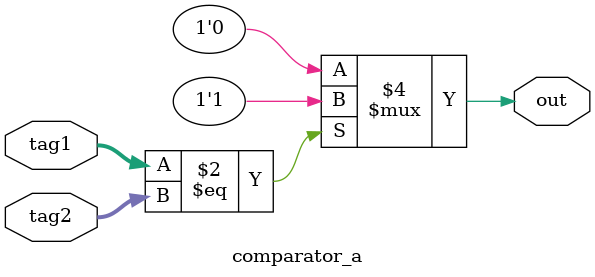
<source format=v>
/*
Computer Architecture Lab 4 - 22-01-2018
	Assignment : Full Associative Cache
					Byte addressable Cache with Full Associative mapping to the Memory
					Physical Address of 12 bits (2^12 Bytes) in Main Memory
									Width	x	Depth
					Memory Size	: 2^4 Byte	x	2^8 Lines
					Cache Size	: 2^4 Byte	x	2^4 Cache Blocks

	Module : 8b Comparator for tag
		-- Eshita Arza	(COE15B013)
		-- Akshay Kumar	(CED15I031)
*/

module comparator_a(tag1, tag2, out);

	input [7:0]tag1;
	input [7:0]tag2;
	output reg out;
//	output reg chk;

	always@ *
	begin
		if(tag1 == tag2)
			out = 1'b1;
		else
			out = 1'b0;
		//chk = 1'b1;
	end

endmodule // comparator_a
</source>
